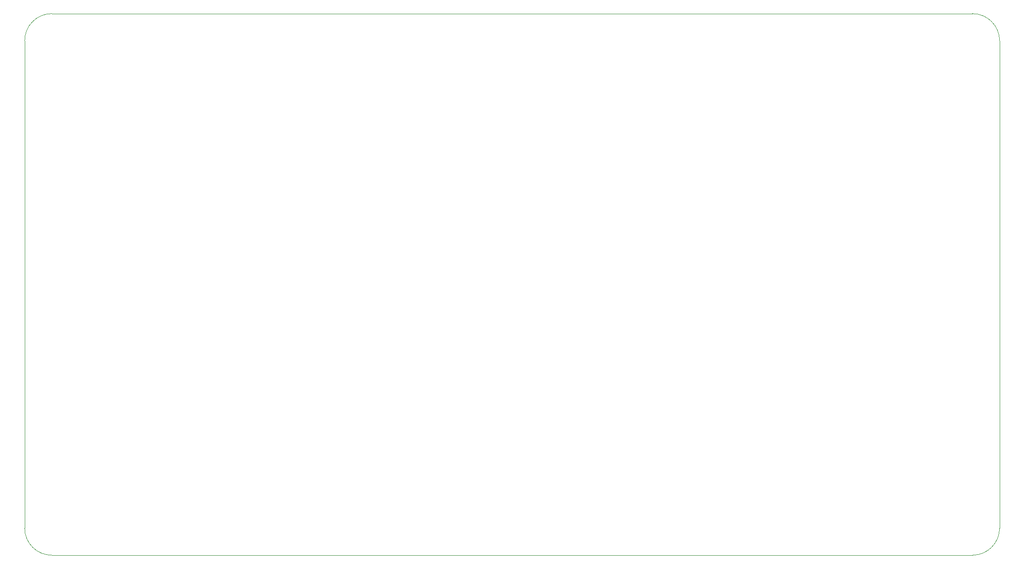
<source format=gm1>
%TF.GenerationSoftware,KiCad,Pcbnew,(6.0.0-rc1-172-gb8b8c0d34c)*%
%TF.CreationDate,2021-12-06T15:46:36-06:00*%
%TF.ProjectId,Input Board,496e7075-7420-4426-9f61-72642e6b6963,A*%
%TF.SameCoordinates,Original*%
%TF.FileFunction,Profile,NP*%
%FSLAX46Y46*%
G04 Gerber Fmt 4.6, Leading zero omitted, Abs format (unit mm)*
G04 Created by KiCad (PCBNEW (6.0.0-rc1-172-gb8b8c0d34c)) date 2021-12-06 15:46:36*
%MOMM*%
%LPD*%
G01*
G04 APERTURE LIST*
%TA.AperFunction,Profile*%
%ADD10C,0.100000*%
%TD*%
G04 APERTURE END LIST*
D10*
X230000000Y-145000000D02*
X230000000Y-55000000D01*
X55000000Y-150000000D02*
X225000000Y-150000000D01*
X50000000Y-55000000D02*
X50000000Y-145000000D01*
X225000000Y-50000000D02*
X55000000Y-50000000D01*
X225000000Y-150000000D02*
G75*
G03*
X230000000Y-145000000I0J5000000D01*
G01*
X230000000Y-55000000D02*
G75*
G03*
X225000000Y-50000000I-5000000J0D01*
G01*
X50000000Y-145000000D02*
G75*
G03*
X55000000Y-150000000I5000000J0D01*
G01*
X55000000Y-50000000D02*
G75*
G03*
X50000000Y-55000000I0J-5000000D01*
G01*
M02*

</source>
